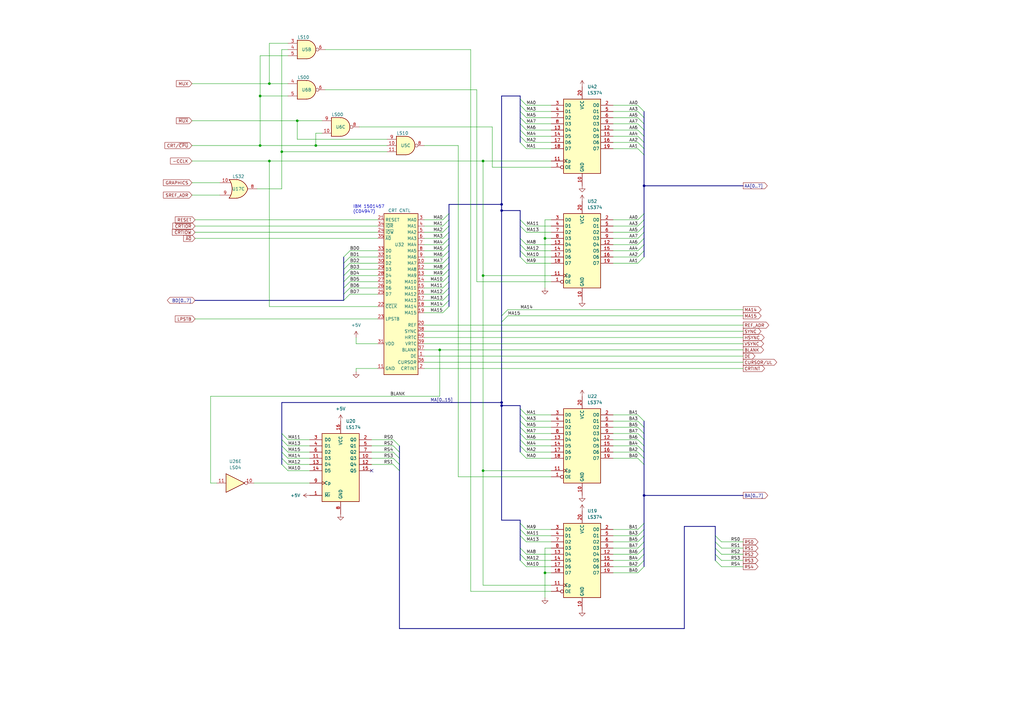
<source format=kicad_sch>
(kicad_sch (version 20230121) (generator eeschema)
  (paper "A3")
  (lib_symbols
    (symbol "74xx:74LS00" (pin_names (offset 1.016))
      (property "Reference" "U" (at 0 1.27 0))
      (property "Value" "74LS00" (at 0 -1.27 0))
      (symbol "74LS00_1_1"
        (pin input line (at -7.62 2.54 0) (length 3.81) (name "~") (number "1"))
        (pin input line (at -7.62 -2.54 0) (length 3.81) (name "~") (number "2"))
        (pin output inverted (at 7.62 0 180) (length 3.81) (name "~") (number "3"))
      )
      (symbol "74LS00_1_2"
        (pin input inverted (at -7.62 2.54 0) (length 4.318) (name "~") (number "1"))
        (pin input inverted (at -7.62 -2.54 0) (length 4.318) (name "~") (number "2"))
        (pin output line (at 7.62 0 180) (length 3.81) (name "~") (number "3"))
      )
      (symbol "74LS00_2_1"
        (pin input line (at -7.62 2.54 0) (length 3.81) (name "~") (number "4"))
        (pin input line (at -7.62 -2.54 0) (length 3.81) (name "~") (number "5"))
        (pin output inverted (at 7.62 0 180) (length 3.81) (name "~") (number "6"))
      )
      (symbol "74LS00_2_2"
        (pin input inverted (at -7.62 2.54 0) (length 4.318) (name "~") (number "4"))
        (pin input inverted (at -7.62 -2.54 0) (length 4.318) (name "~") (number "5"))
        (pin output line (at 7.62 0 180) (length 3.81) (name "~") (number "6"))
      )
      (symbol "74LS00_3_1"
        (pin input line (at -7.62 -2.54 0) (length 3.81) (name "~") (number "10"))
        (pin output inverted (at 7.62 0 180) (length 3.81) (name "~") (number "8"))
        (pin input line (at -7.62 2.54 0) (length 3.81) (name "~") (number "9"))
      )
      (symbol "74LS00_3_2"
        (pin input inverted (at -7.62 -2.54 0) (length 4.318) (name "~") (number "10"))
        (pin output line (at 7.62 0 180) (length 3.81) (name "~") (number "8"))
        (pin input inverted (at -7.62 2.54 0) (length 4.318) (name "~") (number "9"))
      )
      (symbol "74LS00_4_1"
        (pin output inverted (at 7.62 0 180) (length 3.81) (name "~") (number "11"))
        (pin input line (at -7.62 2.54 0) (length 3.81) (name "~") (number "12"))
        (pin input line (at -7.62 -2.54 0) (length 3.81) (name "~") (number "13"))
      )
      (symbol "74LS00_4_2"
        (pin output line (at 7.62 0 180) (length 3.81) (name "~") (number "11"))
        (pin input inverted (at -7.62 2.54 0) (length 4.318) (name "~") (number "12"))
        (pin input inverted (at -7.62 -2.54 0) (length 4.318) (name "~") (number "13"))
      )
      (symbol "74LS00_5_0"
        (pin power_in line (at 0 12.7 270) (length 5.08) (name "VCC") (number "14"))
        (pin power_in line (at 0 -12.7 90) (length 5.08) (name "GND") (number "7"))
      )
    )
    (symbol "74xx:74LS04"
      (property "Reference" "U" (at 0 1.27 0))
      (property "Value" "74LS04" (at 0 -1.27 0))
      (symbol "74LS04_1_0"
        (pin input line (at -7.62 0 0) (length 3.81) (name "~") (number "1"))
        (pin output inverted (at 7.62 0 180) (length 3.81) (name "~") (number "2"))
      )
      (symbol "74LS04_2_0"
        (pin input line (at -7.62 0 0) (length 3.81) (name "~") (number "3"))
        (pin output inverted (at 7.62 0 180) (length 3.81) (name "~") (number "4"))
      )
      (symbol "74LS04_3_0"
        (pin input line (at -7.62 0 0) (length 3.81) (name "~") (number "5"))
        (pin output inverted (at 7.62 0 180) (length 3.81) (name "~") (number "6"))
      )
      (symbol "74LS04_4_0"
        (pin output inverted (at 7.62 0 180) (length 3.81) (name "~") (number "8"))
        (pin input line (at -7.62 0 0) (length 3.81) (name "~") (number "9"))
      )
      (symbol "74LS04_5_0"
        (pin output inverted (at 7.62 0 180) (length 3.81) (name "~") (number "10"))
        (pin input line (at -7.62 0 0) (length 3.81) (name "~") (number "11"))
      )
      (symbol "74LS04_6_0"
        (pin output inverted (at 7.62 0 180) (length 3.81) (name "~") (number "12"))
        (pin input line (at -7.62 0 0) (length 3.81) (name "~") (number "13"))
      )
      (symbol "74LS04_7_0"
        (pin power_in line (at 0 12.7 270) (length 5.08) (name "VCC") (number "14"))
        (pin power_in line (at 0 -12.7 90) (length 5.08) (name "GND") (number "7"))
      )
    )
    (symbol "74xx:74LS10" (pin_names (offset 1.016))
      (property "Reference" "U" (at 0 1.27 0))
      (property "Value" "74LS10" (at 0 -1.27 0))
      (symbol "74LS10_1_1"
        (pin input line (at -7.62 2.54 0) (length 3.81) (name "~") (number "1"))
        (pin output inverted (at 7.62 0 180) (length 3.81) (name "~") (number "12"))
        (pin input line (at -7.62 -2.54 0) (length 3.81) (name "~") (number "13"))
        (pin input line (at -7.62 0 0) (length 3.81) (name "~") (number "2"))
      )
      (symbol "74LS10_1_2"
        (pin input inverted (at -7.62 2.54 0) (length 4.318) (name "~") (number "1"))
        (pin output line (at 7.62 0 180) (length 3.81) (name "~") (number "12"))
        (pin input inverted (at -7.62 -2.54 0) (length 4.318) (name "~") (number "13"))
        (pin input inverted (at -7.62 0 0) (length 4.953) (name "~") (number "2"))
      )
      (symbol "74LS10_2_1"
        (pin input line (at -7.62 2.54 0) (length 3.81) (name "~") (number "3"))
        (pin input line (at -7.62 0 0) (length 3.81) (name "~") (number "4"))
        (pin input line (at -7.62 -2.54 0) (length 3.81) (name "~") (number "5"))
        (pin output inverted (at 7.62 0 180) (length 3.81) (name "~") (number "6"))
      )
      (symbol "74LS10_2_2"
        (pin input inverted (at -7.62 2.54 0) (length 4.318) (name "~") (number "3"))
        (pin input inverted (at -7.62 0 0) (length 4.953) (name "~") (number "4"))
        (pin input inverted (at -7.62 -2.54 0) (length 4.318) (name "~") (number "5"))
        (pin output line (at 7.62 0 180) (length 3.81) (name "~") (number "6"))
      )
      (symbol "74LS10_3_1"
        (pin input line (at -7.62 0 0) (length 3.81) (name "~") (number "10"))
        (pin input line (at -7.62 -2.54 0) (length 3.81) (name "~") (number "11"))
        (pin output inverted (at 7.62 0 180) (length 3.81) (name "~") (number "8"))
        (pin input line (at -7.62 2.54 0) (length 3.81) (name "~") (number "9"))
      )
      (symbol "74LS10_3_2"
        (pin input inverted (at -7.62 0 0) (length 4.953) (name "~") (number "10"))
        (pin input inverted (at -7.62 -2.54 0) (length 4.318) (name "~") (number "11"))
        (pin output line (at 7.62 0 180) (length 3.81) (name "~") (number "8"))
        (pin input inverted (at -7.62 2.54 0) (length 4.318) (name "~") (number "9"))
      )
      (symbol "74LS10_4_0"
        (pin power_in line (at 0 12.7 270) (length 5.08) (name "VCC") (number "14"))
        (pin power_in line (at 0 -12.7 90) (length 5.08) (name "GND") (number "7"))
      )
    )
    (symbol "74xx:74LS174" (pin_names (offset 1.016))
      (property "Reference" "U" (at -7.62 13.97 0))
      (property "Value" "74LS174" (at -7.62 -16.51 0))
      (symbol "74LS174_1_0"
        (pin input line (at -12.7 -12.7 0) (length 5.08) (name "~{Mr}") (number "1"))
        (pin output line (at 12.7 2.54 180) (length 5.08) (name "Q3") (number "10"))
        (pin input line (at -12.7 2.54 0) (length 5.08) (name "D3") (number "11"))
        (pin output line (at 12.7 0 180) (length 5.08) (name "Q4") (number "12"))
        (pin input line (at -12.7 0 0) (length 5.08) (name "D4") (number "13"))
        (pin input line (at -12.7 -2.54 0) (length 5.08) (name "D5") (number "14"))
        (pin output line (at 12.7 -2.54 180) (length 5.08) (name "Q5") (number "15"))
        (pin power_in line (at 0 17.78 270) (length 5.08) (name "VCC") (number "16"))
        (pin output line (at 12.7 10.16 180) (length 5.08) (name "Q0") (number "2"))
        (pin input line (at -12.7 10.16 0) (length 5.08) (name "D0") (number "3"))
        (pin input line (at -12.7 7.62 0) (length 5.08) (name "D1") (number "4"))
        (pin output line (at 12.7 7.62 180) (length 5.08) (name "Q1") (number "5"))
        (pin input line (at -12.7 5.08 0) (length 5.08) (name "D2") (number "6"))
        (pin output line (at 12.7 5.08 180) (length 5.08) (name "Q2") (number "7"))
        (pin power_in line (at 0 -20.32 90) (length 5.08) (name "GND") (number "8"))
        (pin input clock (at -12.7 -7.62 0) (length 5.08) (name "Cp") (number "9"))
      )
    )
    (symbol "74xx:74LS32" (pin_names (offset 1.016))
      (property "Reference" "U" (at 0 1.27 0))
      (property "Value" "74LS32" (at 0 -1.27 0))
      (symbol "74LS32_1_1"
        (pin input line (at -7.62 2.54 0) (length 4.318) (name "~") (number "1"))
        (pin input line (at -7.62 -2.54 0) (length 4.318) (name "~") (number "2"))
        (pin output line (at 7.62 0 180) (length 3.81) (name "~") (number "3"))
      )
      (symbol "74LS32_1_2"
        (pin input inverted (at -7.62 2.54 0) (length 3.81) (name "~") (number "1"))
        (pin input inverted (at -7.62 -2.54 0) (length 3.81) (name "~") (number "2"))
        (pin output inverted (at 7.62 0 180) (length 3.81) (name "~") (number "3"))
      )
      (symbol "74LS32_2_1"
        (pin input line (at -7.62 2.54 0) (length 4.318) (name "~") (number "4"))
        (pin input line (at -7.62 -2.54 0) (length 4.318) (name "~") (number "5"))
        (pin output line (at 7.62 0 180) (length 3.81) (name "~") (number "6"))
      )
      (symbol "74LS32_2_2"
        (pin input inverted (at -7.62 2.54 0) (length 3.81) (name "~") (number "4"))
        (pin input inverted (at -7.62 -2.54 0) (length 3.81) (name "~") (number "5"))
        (pin output inverted (at 7.62 0 180) (length 3.81) (name "~") (number "6"))
      )
      (symbol "74LS32_3_1"
        (pin input line (at -7.62 -2.54 0) (length 4.318) (name "~") (number "10"))
        (pin output line (at 7.62 0 180) (length 3.81) (name "~") (number "8"))
        (pin input line (at -7.62 2.54 0) (length 4.318) (name "~") (number "9"))
      )
      (symbol "74LS32_3_2"
        (pin input inverted (at -7.62 -2.54 0) (length 3.81) (name "~") (number "10"))
        (pin output inverted (at 7.62 0 180) (length 3.81) (name "~") (number "8"))
        (pin input inverted (at -7.62 2.54 0) (length 3.81) (name "~") (number "9"))
      )
      (symbol "74LS32_4_1"
        (pin output line (at 7.62 0 180) (length 3.81) (name "~") (number "11"))
        (pin input line (at -7.62 2.54 0) (length 4.318) (name "~") (number "12"))
        (pin input line (at -7.62 -2.54 0) (length 4.318) (name "~") (number "13"))
      )
      (symbol "74LS32_4_2"
        (pin output inverted (at 7.62 0 180) (length 3.81) (name "~") (number "11"))
        (pin input inverted (at -7.62 2.54 0) (length 3.81) (name "~") (number "12"))
        (pin input inverted (at -7.62 -2.54 0) (length 3.81) (name "~") (number "13"))
      )
      (symbol "74LS32_5_0"
        (pin power_in line (at 0 12.7 270) (length 5.08) (name "VCC") (number "14"))
        (pin power_in line (at 0 -12.7 90) (length 5.08) (name "GND") (number "7"))
      )
    )
    (symbol "74xx:74LS374"
      (property "Reference" "U" (at -7.62 16.51 0))
      (property "Value" "74LS374" (at -7.62 -16.51 0))
      (symbol "74LS374_1_0"
        (pin input inverted (at -12.7 -12.7 0) (length 5.08) (name "OE") (number "1"))
        (pin power_in line (at 0 -20.32 90) (length 5.08) (name "GND") (number "10"))
        (pin input clock (at -12.7 -10.16 0) (length 5.08) (name "Cp") (number "11"))
        (pin tri_state line (at 12.7 2.54 180) (length 5.08) (name "O4") (number "12"))
        (pin input line (at -12.7 2.54 0) (length 5.08) (name "D4") (number "13"))
        (pin input line (at -12.7 0 0) (length 5.08) (name "D5") (number "14"))
        (pin tri_state line (at 12.7 0 180) (length 5.08) (name "O5") (number "15"))
        (pin tri_state line (at 12.7 -2.54 180) (length 5.08) (name "O6") (number "16"))
        (pin input line (at -12.7 -2.54 0) (length 5.08) (name "D6") (number "17"))
        (pin input line (at -12.7 -5.08 0) (length 5.08) (name "D7") (number "18"))
        (pin tri_state line (at 12.7 -5.08 180) (length 5.08) (name "O7") (number "19"))
        (pin tri_state line (at 12.7 12.7 180) (length 5.08) (name "O0") (number "2"))
        (pin power_in line (at 0 20.32 270) (length 5.08) (name "VCC") (number "20"))
        (pin input line (at -12.7 12.7 0) (length 5.08) (name "D0") (number "3"))
        (pin input line (at -12.7 10.16 0) (length 5.08) (name "D1") (number "4"))
        (pin tri_state line (at 12.7 10.16 180) (length 5.08) (name "O1") (number "5"))
        (pin tri_state line (at 12.7 7.62 180) (length 5.08) (name "O2") (number "6"))
        (pin input line (at -12.7 7.62 0) (length 5.08) (name "D2") (number "7"))
        (pin input line (at -12.7 5.08 0) (length 5.08) (name "D3") (number "8"))
        (pin tri_state line (at 12.7 5.08 180) (length 5.08) (name "O3") (number "9"))
      )
    )
    (symbol "EGACard:CRT_CNTL_LSI"
      (property "Reference" "U" (at 0 2.54 0))
      (symbol "CRT_CNTL_LSI_1_1"
        (pin output line (at 16.51 -58.42 180) (length 2.54) (name "DE") (number "1"))
        (pin output line (at 16.51 -20.32 180) (length 2.54) (name "MA7") (number "10"))
        (pin power_in line (at -2.54 -63.5 0) (length 2.54) (name "GND") (number "11"))
        (pin output line (at 16.51 -22.86 180) (length 2.54) (name "MA8") (number "12"))
        (pin output line (at 16.51 -25.4 180) (length 2.54) (name "MA9") (number "13"))
        (pin output line (at 16.51 -27.94 180) (length 2.54) (name "MA10") (number "14"))
        (pin output line (at 16.51 -30.48 180) (length 2.54) (name "MA11") (number "15"))
        (pin output line (at 16.51 -33.02 180) (length 2.54) (name "MA12") (number "16"))
        (pin output line (at 16.51 -35.56 180) (length 2.54) (name "MA13") (number "17"))
        (pin output line (at 16.51 -38.1 180) (length 2.54) (name "MA14") (number "18"))
        (pin output line (at 16.51 -40.64 180) (length 2.54) (name "MA15") (number "19"))
        (pin output line (at 16.51 -63.5 180) (length 2.54) (name "CRTINT") (number "2"))
        (pin output line (at 16.51 -45.72 180) (length 2.54) (name "REF") (number "20"))
        (pin input line (at -2.54 -2.54 0) (length 2.54) (name "RESET") (number "21"))
        (pin input line (at -2.54 -38.1 0) (length 2.54) (name "~{CCLK}") (number "22"))
        (pin input line (at -2.54 -43.18 0) (length 2.54) (name "LPSTB") (number "23"))
        (pin input line (at -2.54 -7.62 0) (length 2.54) (name "~{IOW}") (number "24"))
        (pin bidirectional line (at -2.54 -33.02 0) (length 2.54) (name "D7") (number "25"))
        (pin bidirectional line (at -2.54 -30.48 0) (length 2.54) (name "D6") (number "26"))
        (pin bidirectional line (at -2.54 -27.94 0) (length 2.54) (name "D5") (number "27"))
        (pin bidirectional line (at -2.54 -25.4 0) (length 2.54) (name "D4") (number "28"))
        (pin bidirectional line (at -2.54 -22.86 0) (length 2.54) (name "D3") (number "29"))
        (pin output line (at 16.51 -2.54 180) (length 2.54) (name "MA0") (number "3"))
        (pin bidirectional line (at -2.54 -20.32 0) (length 2.54) (name "D2") (number "30"))
        (pin power_in line (at -2.54 -53.34 0) (length 2.54) (name "VDD") (number "31"))
        (pin bidirectional line (at -2.54 -17.78 0) (length 2.54) (name "D1") (number "32"))
        (pin bidirectional line (at -2.54 -15.24 0) (length 2.54) (name "D0") (number "33"))
        (pin input line (at -2.54 -5.08 0) (length 2.54) (name "~{IOR}") (number "34"))
        (pin input line (at -2.54 -10.16 0) (length 2.54) (name "~{A0}") (number "35"))
        (pin output line (at 16.51 -60.96 180) (length 2.54) (name "CURSOR") (number "36"))
        (pin output line (at 16.51 -55.88 180) (length 2.54) (name "BLANK") (number "37"))
        (pin output line (at 16.51 -48.26 180) (length 2.54) (name "SYNC") (number "38"))
        (pin output line (at 16.51 -53.34 180) (length 2.54) (name "VRTC") (number "39"))
        (pin output line (at 16.51 -5.08 180) (length 2.54) (name "MA1") (number "4"))
        (pin output line (at 16.51 -50.8 180) (length 2.54) (name "HRTC") (number "40"))
        (pin output line (at 16.51 -7.62 180) (length 2.54) (name "MA2") (number "5"))
        (pin output line (at 16.51 -10.16 180) (length 2.54) (name "MA3") (number "6"))
        (pin output line (at 16.51 -12.7 180) (length 2.54) (name "MA4") (number "7"))
        (pin output line (at 16.51 -15.24 180) (length 2.54) (name "MA5") (number "8"))
        (pin output line (at 16.51 -17.78 180) (length 2.54) (name "MA6") (number "9"))
      )
    )
    (symbol "power:+5V" (power) (pin_names (offset 0))
      (property "Value" "+5V" (at 0 3.556 0))
      (symbol "+5V_1_1"
        (pin power_in line (at 0 0 90) (length 0) hide (name "+5V") (number "1"))
      )
    )
    (symbol "power:GND" (power) (pin_names (offset 0))
      (property "Value" "GND" (at 0 -3.81 0))
      (symbol "GND_1_1"
        (pin power_in line (at 0 0 270) (length 0) hide (name "GND") (number "1"))
      )
    )
  )
  (junction (at 223.52 234.95))
  (junction (at 264.16 76.2))
  (junction (at 205.74 166.37))
  (junction (at 106.68 39.37))
  (junction (at 106.68 59.69))
  (junction (at 110.49 66.04))
  (junction (at 205.74 83.82))
  (junction (at 205.74 165.1))
  (junction (at 121.92 49.53))
  (junction (at 198.12 66.04))
  (junction (at 110.49 34.29))
  (junction (at 180.34 143.51))
  (junction (at 129.54 59.69))
  (junction (at 205.74 86.36))
  (junction (at 198.12 113.03))
  (junction (at 264.16 203.2))
  (junction (at 223.52 97.79))
  (junction (at 198.12 193.04))
  (junction (at 115.57 62.23))
  (no_connect (at 152.4 193.04))
  (bus_entry (at 261.62 55.88) (size 2.54 2.54))
  (bus_entry (at 261.62 58.42) (size 2.54 2.54))
  (bus_entry (at 293.37 229.87) (size 2.54 2.54))
  (bus_entry (at 215.9 53.34) (size -2.54 -2.54))
  (bus_entry (at 261.62 53.34) (size 2.54 2.54))
  (bus_entry (at 261.62 48.26) (size 2.54 2.54))
  (bus_entry (at 161.29 180.34) (size 2.54 2.54))
  (bus_entry (at 215.9 170.18) (size -2.54 -2.54))
  (bus_entry (at 140.97 110.49) (size 2.54 -2.54))
  (bus_entry (at 181.61 95.25) (size 2.54 -2.54))
  (bus_entry (at 261.62 43.18) (size 2.54 2.54))
  (bus_entry (at 215.9 217.17) (size -2.54 -2.54))
  (bus_entry (at 140.97 107.95) (size 2.54 -2.54))
  (bus_entry (at 215.9 187.96) (size -2.54 -2.54))
  (bus_entry (at 140.97 123.19) (size 2.54 -2.54))
  (bus_entry (at 115.57 180.34) (size 2.54 2.54))
  (bus_entry (at 261.62 217.17) (size 2.54 -2.54))
  (bus_entry (at 161.29 185.42) (size 2.54 2.54))
  (bus_entry (at 115.57 185.42) (size 2.54 2.54))
  (bus_entry (at 215.9 219.71) (size -2.54 -2.54))
  (bus_entry (at 215.9 92.71) (size -2.54 -2.54))
  (bus_entry (at 181.61 105.41) (size 2.54 -2.54))
  (bus_entry (at 261.62 107.95) (size 2.54 -2.54))
  (bus_entry (at 261.62 180.34) (size 2.54 2.54))
  (bus_entry (at 140.97 115.57) (size 2.54 -2.54))
  (bus_entry (at 293.37 227.33) (size 2.54 2.54))
  (bus_entry (at 261.62 177.8) (size 2.54 2.54))
  (bus_entry (at 261.62 97.79) (size 2.54 -2.54))
  (bus_entry (at 215.9 100.33) (size -2.54 -2.54))
  (bus_entry (at 261.62 229.87) (size 2.54 -2.54))
  (bus_entry (at 261.62 172.72) (size 2.54 2.54))
  (bus_entry (at 215.9 58.42) (size -2.54 -2.54))
  (bus_entry (at 161.29 187.96) (size 2.54 2.54))
  (bus_entry (at 115.57 182.88) (size 2.54 2.54))
  (bus_entry (at 215.9 45.72) (size -2.54 -2.54))
  (bus_entry (at 115.57 190.5) (size 2.54 2.54))
  (bus_entry (at 215.9 48.26) (size -2.54 -2.54))
  (bus_entry (at 293.37 224.79) (size 2.54 2.54))
  (bus_entry (at 215.9 177.8) (size -2.54 -2.54))
  (bus_entry (at 215.9 172.72) (size -2.54 -2.54))
  (bus_entry (at 261.62 102.87) (size 2.54 -2.54))
  (bus_entry (at 161.29 182.88) (size 2.54 2.54))
  (bus_entry (at 261.62 187.96) (size 2.54 2.54))
  (bus_entry (at 261.62 182.88) (size 2.54 2.54))
  (bus_entry (at 261.62 170.18) (size 2.54 2.54))
  (bus_entry (at 261.62 100.33) (size 2.54 -2.54))
  (bus_entry (at 181.61 118.11) (size 2.54 -2.54))
  (bus_entry (at 181.61 128.27) (size 2.54 -2.54))
  (bus_entry (at 215.9 105.41) (size -2.54 -2.54))
  (bus_entry (at 181.61 90.17) (size 2.54 -2.54))
  (bus_entry (at 115.57 187.96) (size 2.54 2.54))
  (bus_entry (at 215.9 60.96) (size -2.54 -2.54))
  (bus_entry (at 215.9 229.87) (size -2.54 -2.54))
  (bus_entry (at 261.62 95.25) (size 2.54 -2.54))
  (bus_entry (at 261.62 234.95) (size 2.54 -2.54))
  (bus_entry (at 215.9 43.18) (size -2.54 -2.54))
  (bus_entry (at 181.61 120.65) (size 2.54 -2.54))
  (bus_entry (at 215.9 102.87) (size -2.54 -2.54))
  (bus_entry (at 215.9 185.42) (size -2.54 -2.54))
  (bus_entry (at 261.62 90.17) (size 2.54 -2.54))
  (bus_entry (at 261.62 219.71) (size 2.54 -2.54))
  (bus_entry (at 261.62 45.72) (size 2.54 2.54))
  (bus_entry (at 261.62 222.25) (size 2.54 -2.54))
  (bus_entry (at 140.97 120.65) (size 2.54 -2.54))
  (bus_entry (at 215.9 227.33) (size -2.54 -2.54))
  (bus_entry (at 261.62 92.71) (size 2.54 -2.54))
  (bus_entry (at 215.9 50.8) (size -2.54 -2.54))
  (bus_entry (at 181.61 113.03) (size 2.54 -2.54))
  (bus_entry (at 181.61 100.33) (size 2.54 -2.54))
  (bus_entry (at 181.61 125.73) (size 2.54 -2.54))
  (bus_entry (at 140.97 113.03) (size 2.54 -2.54))
  (bus_entry (at 215.9 222.25) (size -2.54 -2.54))
  (bus_entry (at 140.97 118.11) (size 2.54 -2.54))
  (bus_entry (at 205.74 132.08) (size 2.54 -2.54))
  (bus_entry (at 181.61 123.19) (size 2.54 -2.54))
  (bus_entry (at 215.9 232.41) (size -2.54 -2.54))
  (bus_entry (at 215.9 180.34) (size -2.54 -2.54))
  (bus_entry (at 261.62 60.96) (size 2.54 2.54))
  (bus_entry (at 261.62 175.26) (size 2.54 2.54))
  (bus_entry (at 261.62 50.8) (size 2.54 2.54))
  (bus_entry (at 215.9 182.88) (size -2.54 -2.54))
  (bus_entry (at 261.62 227.33) (size 2.54 -2.54))
  (bus_entry (at 161.29 190.5) (size 2.54 2.54))
  (bus_entry (at 293.37 219.71) (size 2.54 2.54))
  (bus_entry (at 181.61 115.57) (size 2.54 -2.54))
  (bus_entry (at 181.61 107.95) (size 2.54 -2.54))
  (bus_entry (at 181.61 102.87) (size 2.54 -2.54))
  (bus_entry (at 215.9 95.25) (size -2.54 -2.54))
  (bus_entry (at 181.61 92.71) (size 2.54 -2.54))
  (bus_entry (at 140.97 105.41) (size 2.54 -2.54))
  (bus_entry (at 261.62 224.79) (size 2.54 -2.54))
  (bus_entry (at 115.57 177.8) (size 2.54 2.54))
  (bus_entry (at 215.9 175.26) (size -2.54 -2.54))
  (bus_entry (at 293.37 222.25) (size 2.54 2.54))
  (bus_entry (at 181.61 110.49) (size 2.54 -2.54))
  (bus_entry (at 261.62 232.41) (size 2.54 -2.54))
  (bus_entry (at 215.9 107.95) (size -2.54 -2.54))
  (bus_entry (at 261.62 185.42) (size 2.54 2.54))
  (bus_entry (at 181.61 97.79) (size 2.54 -2.54))
  (bus_entry (at 261.62 105.41) (size 2.54 -2.54))
  (bus_entry (at 215.9 55.88) (size -2.54 -2.54))
  (bus_entry (at 205.74 129.54) (size 2.54 -2.54))
  (bus (pts (xy 213.36 40.64) (xy 213.36 39.37)))
  (wire (pts (xy 106.68 59.69) (xy 106.68 39.37)))
  (wire (pts (xy 215.9 180.34) (xy 226.06 180.34)))
  (wire (pts (xy 143.51 120.65) (xy 154.94 120.65)))
  (wire (pts (xy 215.9 53.34) (xy 226.06 53.34)))
  (wire (pts (xy 208.28 127) (xy 304.8 127)))
  (bus (pts (xy 184.15 118.11) (xy 184.15 115.57)))
  (wire (pts (xy 223.52 90.17) (xy 223.52 97.79)))
  (bus (pts (xy 205.74 86.36) (xy 205.74 129.54)))
  (wire (pts (xy 173.99 120.65) (xy 181.61 120.65)))
  (bus (pts (xy 205.74 165.1) (xy 205.74 166.37)))
  (bus (pts (xy 264.16 219.71) (xy 264.16 222.25)))
  (wire (pts (xy 198.12 113.03) (xy 226.06 113.03)))
  (wire (pts (xy 251.46 107.95) (xy 261.62 107.95)))
  (bus (pts (xy 184.15 97.79) (xy 184.15 95.25)))
  (wire (pts (xy 173.99 102.87) (xy 181.61 102.87)))
  (wire (pts (xy 80.01 130.81) (xy 154.94 130.81)))
  (wire (pts (xy 251.46 175.26) (xy 261.62 175.26)))
  (wire (pts (xy 173.99 123.19) (xy 181.61 123.19)))
  (wire (pts (xy 152.4 190.5) (xy 161.29 190.5)))
  (bus (pts (xy 205.74 39.37) (xy 205.74 83.82)))
  (wire (pts (xy 173.99 146.05) (xy 304.8 146.05)))
  (wire (pts (xy 133.35 36.83) (xy 195.58 36.83)))
  (wire (pts (xy 173.99 115.57) (xy 181.61 115.57)))
  (bus (pts (xy 205.74 166.37) (xy 205.74 213.36)))
  (bus (pts (xy 213.36 86.36) (xy 213.36 90.17)))
  (wire (pts (xy 115.57 20.32) (xy 115.57 62.23)))
  (wire (pts (xy 215.9 95.25) (xy 226.06 95.25)))
  (wire (pts (xy 251.46 182.88) (xy 261.62 182.88)))
  (wire (pts (xy 251.46 92.71) (xy 261.62 92.71)))
  (wire (pts (xy 78.74 66.04) (xy 110.49 66.04)))
  (bus (pts (xy 140.97 118.11) (xy 140.97 115.57)))
  (bus (pts (xy 264.16 172.72) (xy 264.16 175.26)))
  (wire (pts (xy 110.49 17.78) (xy 110.49 34.29)))
  (bus (pts (xy 213.36 185.42) (xy 213.36 182.88)))
  (wire (pts (xy 146.05 138.43) (xy 146.05 140.97)))
  (wire (pts (xy 295.91 227.33) (xy 304.8 227.33)))
  (bus (pts (xy 163.83 257.81) (xy 280.67 257.81)))
  (wire (pts (xy 173.99 97.79) (xy 181.61 97.79)))
  (wire (pts (xy 173.99 138.43) (xy 304.8 138.43)))
  (wire (pts (xy 215.9 229.87) (xy 226.06 229.87)))
  (bus (pts (xy 264.16 222.25) (xy 264.16 224.79)))
  (wire (pts (xy 251.46 170.18) (xy 261.62 170.18)))
  (bus (pts (xy 213.36 172.72) (xy 213.36 170.18)))
  (bus (pts (xy 184.15 123.19) (xy 184.15 120.65)))
  (wire (pts (xy 215.9 219.71) (xy 226.06 219.71)))
  (bus (pts (xy 213.36 55.88) (xy 213.36 53.34)))
  (bus (pts (xy 205.74 39.37) (xy 213.36 39.37)))
  (wire (pts (xy 251.46 58.42) (xy 261.62 58.42)))
  (wire (pts (xy 215.9 55.88) (xy 226.06 55.88)))
  (wire (pts (xy 295.91 222.25) (xy 304.8 222.25)))
  (wire (pts (xy 143.51 115.57) (xy 154.94 115.57)))
  (wire (pts (xy 215.9 92.71) (xy 226.06 92.71)))
  (bus (pts (xy 264.16 203.2) (xy 304.8 203.2)))
  (wire (pts (xy 223.52 97.79) (xy 223.52 118.11)))
  (wire (pts (xy 173.99 133.35) (xy 304.8 133.35)))
  (bus (pts (xy 280.67 215.9) (xy 293.37 215.9)))
  (wire (pts (xy 251.46 90.17) (xy 261.62 90.17)))
  (wire (pts (xy 193.04 242.57) (xy 226.06 242.57)))
  (wire (pts (xy 215.9 232.41) (xy 226.06 232.41)))
  (wire (pts (xy 251.46 50.8) (xy 261.62 50.8)))
  (bus (pts (xy 163.83 182.88) (xy 163.83 185.42)))
  (bus (pts (xy 115.57 165.1) (xy 205.74 165.1)))
  (wire (pts (xy 215.9 187.96) (xy 226.06 187.96)))
  (bus (pts (xy 184.15 83.82) (xy 205.74 83.82)))
  (wire (pts (xy 215.9 222.25) (xy 226.06 222.25)))
  (wire (pts (xy 215.9 102.87) (xy 226.06 102.87)))
  (bus (pts (xy 213.36 177.8) (xy 213.36 175.26)))
  (bus (pts (xy 264.16 48.26) (xy 264.16 50.8)))
  (wire (pts (xy 223.52 234.95) (xy 226.06 234.95)))
  (wire (pts (xy 180.34 162.56) (xy 180.34 143.51)))
  (wire (pts (xy 215.9 177.8) (xy 226.06 177.8)))
  (wire (pts (xy 215.9 217.17) (xy 226.06 217.17)))
  (wire (pts (xy 154.94 140.97) (xy 146.05 140.97)))
  (bus (pts (xy 213.36 219.71) (xy 213.36 217.17)))
  (wire (pts (xy 215.9 100.33) (xy 226.06 100.33)))
  (wire (pts (xy 173.99 128.27) (xy 181.61 128.27)))
  (bus (pts (xy 264.16 229.87) (xy 264.16 232.41)))
  (wire (pts (xy 173.99 148.59) (xy 304.8 148.59)))
  (bus (pts (xy 115.57 182.88) (xy 115.57 180.34)))
  (bus (pts (xy 163.83 185.42) (xy 163.83 187.96)))
  (wire (pts (xy 251.46 97.79) (xy 261.62 97.79)))
  (bus (pts (xy 213.36 58.42) (xy 213.36 55.88)))
  (bus (pts (xy 264.16 100.33) (xy 264.16 102.87)))
  (bus (pts (xy 213.36 45.72) (xy 213.36 43.18)))
  (bus (pts (xy 213.36 213.36) (xy 213.36 214.63)))
  (wire (pts (xy 173.99 118.11) (xy 181.61 118.11)))
  (wire (pts (xy 105.41 77.47) (xy 115.57 77.47)))
  (wire (pts (xy 104.14 198.12) (xy 127 198.12)))
  (bus (pts (xy 264.16 76.2) (xy 304.8 76.2)))
  (bus (pts (xy 264.16 217.17) (xy 264.16 219.71)))
  (wire (pts (xy 129.54 59.69) (xy 158.75 59.69)))
  (wire (pts (xy 173.99 100.33) (xy 181.61 100.33)))
  (wire (pts (xy 215.9 50.8) (xy 226.06 50.8)))
  (wire (pts (xy 86.36 198.12) (xy 86.36 162.56)))
  (bus (pts (xy 213.36 170.18) (xy 213.36 167.64)))
  (bus (pts (xy 264.16 92.71) (xy 264.16 95.25)))
  (wire (pts (xy 215.9 185.42) (xy 226.06 185.42)))
  (bus (pts (xy 264.16 185.42) (xy 264.16 187.96)))
  (bus (pts (xy 213.36 102.87) (xy 213.36 100.33)))
  (bus (pts (xy 205.74 166.37) (xy 213.36 166.37)))
  (bus (pts (xy 184.15 115.57) (xy 184.15 113.03)))
  (bus (pts (xy 140.97 110.49) (xy 140.97 107.95)))
  (bus (pts (xy 264.16 87.63) (xy 264.16 90.17)))
  (wire (pts (xy 198.12 240.03) (xy 226.06 240.03)))
  (bus (pts (xy 264.16 63.5) (xy 264.16 76.2)))
  (wire (pts (xy 78.74 34.29) (xy 110.49 34.29)))
  (wire (pts (xy 198.12 66.04) (xy 226.06 66.04)))
  (bus (pts (xy 184.15 92.71) (xy 184.15 90.17)))
  (wire (pts (xy 121.92 57.15) (xy 121.92 49.53)))
  (bus (pts (xy 264.16 58.42) (xy 264.16 60.96)))
  (wire (pts (xy 152.4 182.88) (xy 161.29 182.88)))
  (bus (pts (xy 280.67 257.81) (xy 280.67 215.9)))
  (wire (pts (xy 80.01 92.71) (xy 154.94 92.71)))
  (bus (pts (xy 213.36 180.34) (xy 213.36 177.8)))
  (bus (pts (xy 264.16 53.34) (xy 264.16 55.88)))
  (wire (pts (xy 173.99 105.41) (xy 181.61 105.41)))
  (bus (pts (xy 163.83 187.96) (xy 163.83 190.5)))
  (wire (pts (xy 215.9 43.18) (xy 226.06 43.18)))
  (wire (pts (xy 110.49 66.04) (xy 110.49 125.73)))
  (wire (pts (xy 158.75 57.15) (xy 121.92 57.15)))
  (bus (pts (xy 80.01 123.19) (xy 140.97 123.19)))
  (wire (pts (xy 80.01 90.17) (xy 154.94 90.17)))
  (bus (pts (xy 115.57 190.5) (xy 115.57 187.96)))
  (bus (pts (xy 184.15 105.41) (xy 184.15 102.87)))
  (bus (pts (xy 184.15 107.95) (xy 184.15 105.41)))
  (wire (pts (xy 118.11 193.04) (xy 127 193.04)))
  (bus (pts (xy 184.15 110.49) (xy 184.15 107.95)))
  (bus (pts (xy 213.36 48.26) (xy 213.36 45.72)))
  (bus (pts (xy 163.83 190.5) (xy 163.83 193.04)))
  (bus (pts (xy 115.57 187.96) (xy 115.57 185.42)))
  (wire (pts (xy 118.11 185.42) (xy 127 185.42)))
  (wire (pts (xy 110.49 66.04) (xy 198.12 66.04)))
  (bus (pts (xy 264.16 203.2) (xy 264.16 214.63)))
  (bus (pts (xy 264.16 187.96) (xy 264.16 190.5)))
  (bus (pts (xy 213.36 167.64) (xy 213.36 166.37)))
  (wire (pts (xy 251.46 102.87) (xy 261.62 102.87)))
  (wire (pts (xy 110.49 125.73) (xy 154.94 125.73)))
  (wire (pts (xy 251.46 234.95) (xy 261.62 234.95)))
  (bus (pts (xy 264.16 180.34) (xy 264.16 182.88)))
  (wire (pts (xy 198.12 193.04) (xy 198.12 240.03)))
  (wire (pts (xy 173.99 107.95) (xy 181.61 107.95)))
  (wire (pts (xy 143.51 118.11) (xy 154.94 118.11)))
  (bus (pts (xy 184.15 120.65) (xy 184.15 118.11)))
  (wire (pts (xy 223.52 234.95) (xy 223.52 245.11)))
  (wire (pts (xy 143.51 105.41) (xy 154.94 105.41)))
  (wire (pts (xy 251.46 55.88) (xy 261.62 55.88)))
  (wire (pts (xy 173.99 92.71) (xy 181.61 92.71)))
  (wire (pts (xy 251.46 222.25) (xy 261.62 222.25)))
  (wire (pts (xy 173.99 113.03) (xy 181.61 113.03)))
  (bus (pts (xy 293.37 224.79) (xy 293.37 227.33)))
  (wire (pts (xy 251.46 48.26) (xy 261.62 48.26)))
  (wire (pts (xy 143.51 113.03) (xy 154.94 113.03)))
  (bus (pts (xy 205.74 129.54) (xy 205.74 132.08)))
  (wire (pts (xy 143.51 110.49) (xy 154.94 110.49)))
  (bus (pts (xy 140.97 123.19) (xy 140.97 120.65)))
  (bus (pts (xy 264.16 50.8) (xy 264.16 53.34)))
  (wire (pts (xy 295.91 224.79) (xy 304.8 224.79)))
  (wire (pts (xy 173.99 90.17) (xy 181.61 90.17)))
  (bus (pts (xy 184.15 95.25) (xy 184.15 92.71)))
  (wire (pts (xy 78.74 59.69) (xy 106.68 59.69)))
  (bus (pts (xy 184.15 113.03) (xy 184.15 110.49)))
  (wire (pts (xy 223.52 97.79) (xy 226.06 97.79)))
  (bus (pts (xy 264.16 90.17) (xy 264.16 92.71)))
  (bus (pts (xy 213.36 92.71) (xy 213.36 90.17)))
  (bus (pts (xy 213.36 219.71) (xy 213.36 224.79)))
  (wire (pts (xy 198.12 113.03) (xy 198.12 193.04)))
  (wire (pts (xy 251.46 43.18) (xy 261.62 43.18)))
  (bus (pts (xy 184.15 125.73) (xy 184.15 123.19)))
  (wire (pts (xy 180.34 143.51) (xy 304.8 143.51)))
  (wire (pts (xy 187.96 195.58) (xy 226.06 195.58)))
  (bus (pts (xy 205.74 86.36) (xy 213.36 86.36)))
  (bus (pts (xy 264.16 76.2) (xy 264.16 87.63)))
  (wire (pts (xy 143.51 107.95) (xy 154.94 107.95)))
  (wire (pts (xy 118.11 182.88) (xy 127 182.88)))
  (bus (pts (xy 213.36 175.26) (xy 213.36 172.72)))
  (wire (pts (xy 251.46 172.72) (xy 261.62 172.72)))
  (wire (pts (xy 173.99 125.73) (xy 181.61 125.73)))
  (bus (pts (xy 213.36 100.33) (xy 213.36 97.79)))
  (wire (pts (xy 215.9 107.95) (xy 226.06 107.95)))
  (bus (pts (xy 115.57 185.42) (xy 115.57 182.88)))
  (wire (pts (xy 88.9 198.12) (xy 86.36 198.12)))
  (wire (pts (xy 198.12 193.04) (xy 226.06 193.04)))
  (wire (pts (xy 215.9 58.42) (xy 226.06 58.42)))
  (wire (pts (xy 251.46 180.34) (xy 261.62 180.34)))
  (wire (pts (xy 86.36 162.56) (xy 180.34 162.56)))
  (bus (pts (xy 205.74 83.82) (xy 205.74 86.36)))
  (wire (pts (xy 152.4 180.34) (xy 161.29 180.34)))
  (wire (pts (xy 118.11 180.34) (xy 127 180.34)))
  (wire (pts (xy 251.46 53.34) (xy 261.62 53.34)))
  (wire (pts (xy 173.99 59.69) (xy 187.96 59.69)))
  (wire (pts (xy 133.35 20.32) (xy 193.04 20.32)))
  (bus (pts (xy 140.97 107.95) (xy 140.97 105.41)))
  (bus (pts (xy 140.97 120.65) (xy 140.97 118.11)))
  (bus (pts (xy 140.97 113.03) (xy 140.97 110.49)))
  (wire (pts (xy 152.4 185.42) (xy 161.29 185.42)))
  (wire (pts (xy 215.9 182.88) (xy 226.06 182.88)))
  (bus (pts (xy 115.57 177.8) (xy 115.57 165.1)))
  (bus (pts (xy 293.37 219.71) (xy 293.37 222.25)))
  (wire (pts (xy 251.46 232.41) (xy 261.62 232.41)))
  (bus (pts (xy 264.16 102.87) (xy 264.16 105.41)))
  (bus (pts (xy 293.37 227.33) (xy 293.37 229.87)))
  (wire (pts (xy 154.94 151.13) (xy 146.05 151.13)))
  (bus (pts (xy 264.16 227.33) (xy 264.16 229.87)))
  (wire (pts (xy 251.46 224.79) (xy 261.62 224.79)))
  (wire (pts (xy 132.08 54.61) (xy 129.54 54.61)))
  (bus (pts (xy 205.74 132.08) (xy 205.74 165.1)))
  (bus (pts (xy 213.36 92.71) (xy 213.36 97.79)))
  (wire (pts (xy 215.9 105.41) (xy 226.06 105.41)))
  (wire (pts (xy 118.11 190.5) (xy 127 190.5)))
  (wire (pts (xy 173.99 95.25) (xy 181.61 95.25)))
  (bus (pts (xy 163.83 193.04) (xy 163.83 257.81)))
  (wire (pts (xy 215.9 48.26) (xy 226.06 48.26)))
  (bus (pts (xy 264.16 224.79) (xy 264.16 227.33)))
  (wire (pts (xy 195.58 115.57) (xy 226.06 115.57)))
  (bus (pts (xy 213.36 229.87) (xy 213.36 227.33)))
  (wire (pts (xy 106.68 22.86) (xy 118.11 22.86)))
  (wire (pts (xy 215.9 45.72) (xy 226.06 45.72)))
  (wire (pts (xy 173.99 140.97) (xy 304.8 140.97)))
  (bus (pts (xy 264.16 177.8) (xy 264.16 180.34)))
  (wire (pts (xy 78.74 80.01) (xy 90.17 80.01)))
  (bus (pts (xy 264.16 95.25) (xy 264.16 97.79)))
  (wire (pts (xy 251.46 185.42) (xy 261.62 185.42)))
  (bus (pts (xy 264.16 60.96) (xy 264.16 63.5)))
  (bus (pts (xy 184.15 90.17) (xy 184.15 87.63)))
  (wire (pts (xy 223.52 224.79) (xy 226.06 224.79)))
  (bus (pts (xy 293.37 222.25) (xy 293.37 224.79)))
  (wire (pts (xy 80.01 95.25) (xy 154.94 95.25)))
  (bus (pts (xy 184.15 87.63) (xy 184.15 83.82)))
  (wire (pts (xy 251.46 229.87) (xy 261.62 229.87)))
  (wire (pts (xy 251.46 227.33) (xy 261.62 227.33)))
  (bus (pts (xy 115.57 180.34) (xy 115.57 177.8)))
  (bus (pts (xy 264.16 97.79) (xy 264.16 100.33)))
  (wire (pts (xy 173.99 135.89) (xy 304.8 135.89)))
  (wire (pts (xy 251.46 187.96) (xy 261.62 187.96)))
  (wire (pts (xy 251.46 95.25) (xy 261.62 95.25)))
  (wire (pts (xy 215.9 170.18) (xy 226.06 170.18)))
  (wire (pts (xy 193.04 20.32) (xy 193.04 242.57)))
  (wire (pts (xy 90.17 74.93) (xy 78.74 74.93)))
  (wire (pts (xy 295.91 232.41) (xy 304.8 232.41)))
  (wire (pts (xy 80.01 97.79) (xy 154.94 97.79)))
  (bus (pts (xy 264.16 175.26) (xy 264.16 177.8)))
  (wire (pts (xy 251.46 105.41) (xy 261.62 105.41)))
  (bus (pts (xy 213.36 214.63) (xy 213.36 217.17)))
  (bus (pts (xy 293.37 215.9) (xy 293.37 219.71)))
  (bus (pts (xy 264.16 45.72) (xy 264.16 48.26)))
  (bus (pts (xy 213.36 50.8) (xy 213.36 48.26)))
  (wire (pts (xy 173.99 151.13) (xy 304.8 151.13)))
  (wire (pts (xy 106.68 59.69) (xy 129.54 59.69)))
  (bus (pts (xy 213.36 53.34) (xy 213.36 50.8)))
  (bus (pts (xy 205.74 213.36) (xy 213.36 213.36)))
  (bus (pts (xy 264.16 55.88) (xy 264.16 58.42)))
  (wire (pts (xy 115.57 62.23) (xy 158.75 62.23)))
  (bus (pts (xy 213.36 43.18) (xy 213.36 40.64)))
  (wire (pts (xy 251.46 177.8) (xy 261.62 177.8)))
  (wire (pts (xy 146.05 151.13) (xy 146.05 152.4)))
  (wire (pts (xy 147.32 52.07) (xy 201.93 52.07)))
  (bus (pts (xy 213.36 227.33) (xy 213.36 224.79)))
  (wire (pts (xy 115.57 77.47) (xy 115.57 62.23)))
  (wire (pts (xy 215.9 175.26) (xy 226.06 175.26)))
  (wire (pts (xy 223.52 224.79) (xy 223.52 234.95)))
  (wire (pts (xy 106.68 39.37) (xy 118.11 39.37)))
  (bus (pts (xy 140.97 115.57) (xy 140.97 113.03)))
  (wire (pts (xy 251.46 60.96) (xy 261.62 60.96)))
  (wire (pts (xy 78.74 49.53) (xy 121.92 49.53)))
  (wire (pts (xy 173.99 110.49) (xy 181.61 110.49)))
  (wire (pts (xy 201.93 52.07) (xy 201.93 68.58)))
  (wire (pts (xy 251.46 217.17) (xy 261.62 217.17)))
  (wire (pts (xy 226.06 90.17) (xy 223.52 90.17)))
  (wire (pts (xy 129.54 54.61) (xy 129.54 59.69)))
  (wire (pts (xy 121.92 49.53) (xy 132.08 49.53)))
  (wire (pts (xy 143.51 102.87) (xy 154.94 102.87)))
  (wire (pts (xy 295.91 229.87) (xy 304.8 229.87)))
  (wire (pts (xy 198.12 66.04) (xy 198.12 113.03)))
  (wire (pts (xy 195.58 36.83) (xy 195.58 115.57)))
  (wire (pts (xy 215.9 227.33) (xy 226.06 227.33)))
  (wire (pts (xy 201.93 68.58) (xy 226.06 68.58)))
  (wire (pts (xy 215.9 60.96) (xy 226.06 60.96)))
  (bus (pts (xy 264.16 190.5) (xy 264.16 203.2)))
  (wire (pts (xy 215.9 172.72) (xy 226.06 172.72)))
  (wire (pts (xy 118.11 187.96) (xy 127 187.96)))
  (bus (pts (xy 184.15 102.87) (xy 184.15 100.33)))
  (bus (pts (xy 213.36 102.87) (xy 213.36 105.41)))
  (wire (pts (xy 106.68 39.37) (xy 106.68 22.86)))
  (bus (pts (xy 264.16 214.63) (xy 264.16 217.17)))
  (wire (pts (xy 152.4 187.96) (xy 161.29 187.96)))
  (wire (pts (xy 208.28 129.54) (xy 304.8 129.54)))
  (wire (pts (xy 251.46 219.71) (xy 261.62 219.71)))
  (bus (pts (xy 184.15 100.33) (xy 184.15 97.79)))
  (wire (pts (xy 173.99 143.51) (xy 180.34 143.51)))
  (wire (pts (xy 118.11 17.78) (xy 110.49 17.78)))
  (bus (pts (xy 264.16 182.88) (xy 264.16 185.42)))
  (bus (pts (xy 213.36 182.88) (xy 213.36 180.34)))
  (wire (pts (xy 251.46 100.33) (xy 261.62 100.33)))
  (wire (pts (xy 118.11 20.32) (xy 115.57 20.32)))
  (wire (pts (xy 110.49 34.29) (xy 118.11 34.29)))
  (wire (pts (xy 251.46 45.72) (xy 261.62 45.72)))
  (wire (pts (xy 187.96 59.69) (xy 187.96 195.58)))
  (text "IBM 1501457\n(C04947)" (at 144.78 87.63 0) (effects (font (size 1.27 1.27)) (justify left bottom)))
  (label "MA15" (at 208.28 129.54 0))
  (label "MA6" (at 215.9 180.34 0))
  (label "MA2" (at 181.61 95.25 180))
  (label "AA7" (at 261.62 97.79 180))
  (label "MA0" (at 181.61 90.17 180))
  (label "MA9" (at 215.9 217.17 0))
  (label "BD1" (at 143.51 105.41 0))
  (label "BD7" (at 143.51 120.65 0))
  (label "AA3" (at 261.62 92.71 180))
  (label "BLANK" (at 160.02 162.56 0))
  (label "AA0" (at 261.62 90.17 180))
  (label "RS4" (at 161.29 185.42 180))
  (label "AA4" (at 261.62 102.87 180))
  (label "BA3" (at 261.62 219.71 180))
  (label "MA5" (at 215.9 175.26 0))
  (label "MA1" (at 215.9 170.18 0))
  (label "BA6" (at 261.62 227.33 180))
  (label "MA12" (at 215.9 102.87 0))
  (label "AA5" (at 261.62 95.25 180))
  (label "MA0" (at 215.9 187.96 0))
  (label "MA14" (at 213.36 127 0))
  (label "MA5" (at 181.61 102.87 180))
  (label "AA2" (at 261.62 105.41 180))
  (label "BD4" (at 143.51 113.03 0))
  (label "BA2" (at 261.62 232.41 180))
  (label "MA8" (at 215.9 100.33 0))
  (label "MA3" (at 215.9 172.72 0))
  (label "MA6" (at 181.61 105.41 180))
  (label "RS0" (at 299.72 222.25 0))
  (label "BA2" (at 261.62 185.42 180))
  (label "AA1" (at 261.62 60.96 180))
  (label "MA4" (at 215.9 55.88 0))
  (label "BD2" (at 143.51 107.95 0))
  (label "BD6" (at 143.51 118.11 0))
  (label "AA5" (at 261.62 48.26 180))
  (label "MA10" (at 181.61 115.57 180))
  (label "AA3" (at 261.62 45.72 180))
  (label "MA12" (at 118.11 190.5 0))
  (label "AA0" (at 261.62 43.18 180))
  (label "MA13" (at 181.61 123.19 180))
  (label "MA8" (at 181.61 110.49 180))
  (label "BA7" (at 261.62 224.79 180))
  (label "AA6" (at 261.62 100.33 180))
  (label "MA7" (at 215.9 177.8 0))
  (label "MA15" (at 118.11 185.42 0))
  (label "BD5" (at 143.51 115.57 0))
  (label "MA11" (at 118.11 180.34 0))
  (label "MA9" (at 215.9 107.95 0))
  (label "MA13" (at 215.9 222.25 0))
  (label "BA4" (at 261.62 182.88 180))
  (label "BA5" (at 261.62 175.26 180))
  (label "MA0" (at 215.9 43.18 0))
  (label "MA1" (at 181.61 92.71 180))
  (label "MA1" (at 215.9 60.96 0))
  (label "MA10" (at 215.9 105.41 0))
  (label "MA7" (at 181.61 107.95 180))
  (label "MA8" (at 215.9 227.33 0))
  (label "MA15" (at 181.61 128.27 180))
  (label "RS3" (at 161.29 187.96 180))
  (label "MA[0..15]" (at 176.53 165.1 0))
  (label "RS3" (at 299.72 229.87 0))
  (label "MA7" (at 215.9 50.8 0))
  (label "MA14" (at 181.61 125.73 180))
  (label "MA2" (at 215.9 58.42 0))
  (label "AA6" (at 261.62 53.34 180))
  (label "RS1" (at 161.29 190.5 180))
  (label "BA0" (at 261.62 187.96 180))
  (label "MA11" (at 215.9 92.71 0))
  (label "MA11" (at 215.9 219.71 0))
  (label "MA5" (at 215.9 48.26 0))
  (label "MA2" (at 215.9 185.42 0))
  (label "MA3" (at 181.61 97.79 180))
  (label "RS0" (at 161.29 180.34 180))
  (label "RS4" (at 299.72 232.41 0))
  (label "RS2" (at 161.29 182.88 180))
  (label "AA1" (at 261.62 107.95 180))
  (label "BA1" (at 261.62 217.17 180))
  (label "BD0" (at 143.51 102.87 0))
  (label "BA5" (at 261.62 222.25 180))
  (label "MA12" (at 215.9 229.87 0))
  (label "BA3" (at 261.62 172.72 180))
  (label "MA13" (at 118.11 182.88 0))
  (label "BA4" (at 261.62 229.87 180))
  (label "BA1" (at 261.62 170.18 180))
  (label "MA10" (at 215.9 232.41 0))
  (label "MA12" (at 181.61 120.65 180))
  (label "BA7" (at 261.62 177.8 180))
  (label "MA3" (at 215.9 45.72 0))
  (label "AA7" (at 261.62 50.8 180))
  (label "MA13" (at 215.9 95.25 0))
  (label "AA2" (at 261.62 58.42 180))
  (label "MA11" (at 181.61 118.11 180))
  (label "MA4" (at 215.9 182.88 0))
  (label "BA6" (at 261.62 180.34 180))
  (label "RS2" (at 299.72 227.33 0))
  (label "AA4" (at 261.62 55.88 180))
  (label "MA10" (at 118.11 193.04 0))
  (label "MA6" (at 215.9 53.34 0))
  (label "BA0" (at 261.62 234.95 180))
  (label "MA14" (at 118.11 187.96 0))
  (label "BD3" (at 143.51 110.49 0))
  (label "RS1" (at 299.72 224.79 0))
  (label "MA9" (at 181.61 113.03 180))
  (label "MA4" (at 181.61 100.33 180))
  (global_label "LPSTB" (shape input) (at 80.01 130.81 180) (property "Intersheetrefs" "${INTERSHEET_REFS}" (at 71.2796 130.81 0) (effects (justify right))))
  (global_label "GRAPHICS" (shape input) (at 78.74 74.93 180) (property "Intersheetrefs" "${INTERSHEET_REFS}" (at 66.4414 74.93 0) (effects (justify right))))
  (global_label "BLANK" (shape output) (at 304.8 143.51 0) (property "Intersheetrefs" "${INTERSHEET_REFS}" (at 313.7724 143.51 0) (effects (justify left))))
  (global_label "CRTINT" (shape output) (at 304.8 151.13 0) (property "Intersheetrefs" "${INTERSHEET_REFS}" (at 314.1957 151.13 0) (effects (justify left))))
  (global_label "RESET" (shape input) (at 80.01 90.17 180) (property "Intersheetrefs" "${INTERSHEET_REFS}" (at 71.2797 90.17 0) (effects (justify right))))
  (global_label "HSYNC" (shape output) (at 304.8 138.43 0) (property "Intersheetrefs" "${INTERSHEET_REFS}" (at 314.0143 138.43 0) (effects (justify left))))
  (global_label "~{CRTIOR}" (shape input) (at 80.01 92.71 180) (property "Intersheetrefs" "${INTERSHEET_REFS}" (at 70.3119 92.71 0) (effects (justify right))))
  (global_label "-CCLK" (shape input) (at 78.74 66.04 180) (property "Intersheetrefs" "${INTERSHEET_REFS}" (at 69.3443 66.04 0) (effects (justify right))))
  (global_label "DE" (shape output) (at 304.8 146.05 0) (property "Intersheetrefs" "${INTERSHEET_REFS}" (at 310.2042 146.05 0) (effects (justify left))))
  (global_label "MA14" (shape output) (at 304.8 127 0) (property "Intersheetrefs" "${INTERSHEET_REFS}" (at 312.7442 127 0) (effects (justify left))))
  (global_label "BD[0..7]" (shape bidirectional) (at 80.01 123.19 180) (property "Intersheetrefs" "${INTERSHEET_REFS}" (at 68.0515 123.19 0) (effects (justify right))))
  (global_label "CRT{slash}~{CPU}" (shape input) (at 78.74 59.69 180) (property "Intersheetrefs" "${INTERSHEET_REFS}" (at 67.0462 59.69 0) (effects (justify right))))
  (global_label "CURSOR{slash}UL" (shape output) (at 304.8 148.59 0) (property "Intersheetrefs" "${INTERSHEET_REFS}" (at 319.1548 148.59 0) (effects (justify left))))
  (global_label "RS4" (shape output) (at 304.8 232.41 0) (property "Intersheetrefs" "${INTERSHEET_REFS}" (at 311.4742 232.41 0) (effects (justify left))))
  (global_label "RS0" (shape output) (at 304.8 222.25 0) (property "Intersheetrefs" "${INTERSHEET_REFS}" (at 311.4742 222.25 0) (effects (justify left))))
  (global_label "MA15" (shape output) (at 304.8 129.54 0) (property "Intersheetrefs" "${INTERSHEET_REFS}" (at 312.7442 129.54 0) (effects (justify left))))
  (global_label "REF_ADR" (shape output) (at 304.8 133.35 0) (property "Intersheetrefs" "${INTERSHEET_REFS}" (at 315.889 133.35 0) (effects (justify left))))
  (global_label "MUX" (shape input) (at 78.74 34.29 180) (property "Intersheetrefs" "${INTERSHEET_REFS}" (at 71.7634 34.29 0) (effects (justify right))))
  (global_label "~{A0}" (shape input) (at 80.01 97.79 180) (property "Intersheetrefs" "${INTERSHEET_REFS}" (at 74.7267 97.79 0) (effects (justify right))))
  (global_label "RS3" (shape output) (at 304.8 229.87 0) (property "Intersheetrefs" "${INTERSHEET_REFS}" (at 311.4742 229.87 0) (effects (justify left))))
  (global_label "SREF_ADR" (shape input) (at 78.74 80.01 180) (property "Intersheetrefs" "${INTERSHEET_REFS}" (at 66.4415 80.01 0) (effects (justify right))))
  (global_label "SYNC" (shape output) (at 304.8 135.89 0) (property "Intersheetrefs" "${INTERSHEET_REFS}" (at 312.6838 135.89 0) (effects (justify left))))
  (global_label "~{MUX}" (shape input) (at 78.74 49.53 180) (property "Intersheetrefs" "${INTERSHEET_REFS}" (at 71.7634 49.53 0) (effects (justify right))))
  (global_label "AA[0..7]" (shape output) (at 304.8 76.2 0) (property "Intersheetrefs" "${INTERSHEET_REFS}" (at 315.2844 76.2 0) (effects (justify left))))
  (global_label "~{CRTIOW}" (shape input) (at 80.01 95.25 180) (property "Intersheetrefs" "${INTERSHEET_REFS}" (at 70.1305 95.25 0) (effects (justify right))))
  (global_label "VSYNC" (shape output) (at 304.8 140.97 0) (property "Intersheetrefs" "${INTERSHEET_REFS}" (at 313.7724 140.97 0) (effects (justify left))))
  (global_label "BA[0..7]" (shape output) (at 304.8 203.2 0) (property "Intersheetrefs" "${INTERSHEET_REFS}" (at 315.4658 203.2 0) (effects (justify left))))
  (global_label "RS2" (shape output) (at 304.8 227.33 0) (property "Intersheetrefs" "${INTERSHEET_REFS}" (at 311.4742 227.33 0) (effects (justify left))))
  (global_label "RS1" (shape output) (at 304.8 224.79 0) (property "Intersheetrefs" "${INTERSHEET_REFS}" (at 311.4742 224.79 0) (effects (justify left))))
  (symbol (lib_id "power:+5V") (at 238.76 209.55 0) (unit 1)
    (property "Reference" "#PWR030" (effects hide))
    (property "Value" "+5V" (effects hide))
  )
  (symbol (lib_id "power:GND") (at 223.52 118.11 0) (unit 1)
    (property "Reference" "#PWR026" (effects hide))
    (property "Value" "GND" (effects hide))
  )
  (symbol (lib_id "74xx:74LS00") (at 125.73 36.83 0) (unit 2)
    (property "Reference" "U6" (at 125.73 36.83 0))
    (property "Value" "LS00" (at 124.46 31.75 0))
    (property "Footprint" "EGACard:DIP254P762X635-14" (effects hide))
    (property "Datasheet" "http://www.ti.com/lit/gpn/sn74ls00" (effects hide))
  )
  (symbol (lib_id "power:GND") (at 238.76 123.19 0) (unit 1)
    (property "Reference" "#PWR025" (effects hide))
    (property "Value" "GND" (effects hide))
  )
  (symbol (lib_id "power:+5V") (at 139.7 172.72 0) (unit 1)
    (property "Reference" "#PWR035" (effects hide))
    (property "Value" "+5V" (at 139.7 167.64 0))
  )
  (symbol (lib_id "power:GND") (at 223.52 245.11 0) (unit 1)
    (property "Reference" "#PWR027" (effects hide))
    (property "Value" "GND" (effects hide))
  )
  (symbol (lib_id "power:+5V") (at 146.05 138.43 0) (unit 1)
    (property "Reference" "#PWR032" (effects hide))
    (property "Value" "+5V" (at 146.05 133.35 0))
  )
  (symbol (lib_id "74xx:74LS10") (at 125.73 20.32 0) (unit 2)
    (property "Reference" "U5" (at 125.73 20.32 0))
    (property "Value" "LS10" (at 124.46 15.24 0))
    (property "Footprint" "EGACard:DIP254P762X635-14" (effects hide))
    (property "Datasheet" "http://www.ti.com/lit/gpn/sn74LS10" (effects hide))
  )
  (symbol (lib_id "power:+5V") (at 238.76 162.56 0) (unit 1)
    (property "Reference" "#PWR028" (effects hide))
    (property "Value" "+5V" (effects hide))
  )
  (symbol (lib_id "74xx:74LS374") (at 238.76 55.88 0) (unit 1)
    (property "Reference" "U42" (at 240.9541 35.56 0) (effects (justify left)))
    (property "Value" "LS374" (at 240.9541 38.1 0) (effects (justify left)))
    (property "Footprint" "EGACard:DIP254P762X635-20" (effects hide))
    (property "Datasheet" "http://www.ti.com/lit/gpn/sn74LS374" (effects hide))
  )
  (symbol (lib_id "EGACard:CRT_CNTL_LSI") (at 157.48 87.63 0) (unit 1)
    (property "Reference" "U32" (at 163.83 100.33 0))
    (property "Value" "CRT CNTL" (at 163.83 86.36 0))
    (property "Footprint" "EGACard:DIP254P1524X635-40" (effects hide))
  )
  (symbol (lib_id "power:+5V") (at 127 203.2 90) (unit 1)
    (property "Reference" "#PWR0130" (effects hide))
    (property "Value" "+5V" (at 123.19 203.2 90) (effects (justify left)))
  )
  (symbol (lib_id "power:+5V") (at 238.76 82.55 0) (unit 1)
    (property "Reference" "#PWR024" (effects hide))
    (property "Value" "+5V" (effects hide))
  )
  (symbol (lib_id "74xx:74LS04") (at 96.52 198.12 0) (unit 5)
    (property "Reference" "U26" (at 96.52 189.23 0))
    (property "Value" "LS04" (at 96.52 191.77 0))
    (property "Footprint" "EGACard:DIP254P762X635-14" (effects hide))
    (property "Datasheet" "http://www.ti.com/lit/gpn/sn74LS04" (effects hide))
  )
  (symbol (lib_id "74xx:74LS174") (at 139.7 190.5 0) (unit 1)
    (property "Reference" "U20" (at 141.8941 172.72 0) (effects (justify left)))
    (property "Value" "LS174" (at 141.8941 175.26 0) (effects (justify left)))
    (property "Footprint" "EGACard:DIP254P762X635-16" (effects hide))
    (property "Datasheet" "http://www.ti.com/lit/gpn/sn74LS174" (effects hide))
  )
  (symbol (lib_id "74xx:74LS10") (at 166.37 59.69 0) (unit 3)
    (property "Reference" "U5" (at 166.37 59.69 0))
    (property "Value" "LS10" (at 165.1 54.61 0))
    (property "Footprint" "EGACard:DIP254P762X635-14" (effects hide))
    (property "Datasheet" "http://www.ti.com/lit/gpn/sn74LS10" (effects hide))
  )
  (symbol (lib_id "power:GND") (at 238.76 203.2 0) (unit 1)
    (property "Reference" "#PWR029" (effects hide))
    (property "Value" "GND" (effects hide))
  )
  (symbol (lib_id "74xx:74LS374") (at 238.76 229.87 0) (unit 1)
    (property "Reference" "U19" (at 240.9541 209.55 0) (effects (justify left)))
    (property "Value" "LS374" (at 240.9541 212.09 0) (effects (justify left)))
    (property "Footprint" "EGACard:DIP254P762X635-20" (effects hide))
    (property "Datasheet" "http://www.ti.com/lit/gpn/sn74LS374" (effects hide))
  )
  (symbol (lib_id "74xx:74LS00") (at 139.7 52.07 0) (unit 3)
    (property "Reference" "U6" (at 139.7 52.07 0))
    (property "Value" "LS00" (at 138.43 46.99 0))
    (property "Footprint" "EGACard:DIP254P762X635-14" (effects hide))
    (property "Datasheet" "http://www.ti.com/lit/gpn/sn74ls00" (effects hide))
  )
  (symbol (lib_id "power:+5V") (at 238.76 35.56 0) (unit 1)
    (property "Reference" "#PWR023" (effects hide))
    (property "Value" "+5V" (effects hide))
  )
  (symbol (lib_id "power:GND") (at 146.05 152.4 0) (unit 1)
    (property "Reference" "#PWR033" (effects hide))
    (property "Value" "GND" (effects hide))
  )
  (symbol (lib_id "power:GND") (at 238.76 250.19 0) (unit 1)
    (property "Reference" "#PWR031" (effects hide))
    (property "Value" "GND" (effects hide))
  )
  (symbol (lib_id "74xx:74LS374") (at 238.76 102.87 0) (unit 1)
    (property "Reference" "U52" (at 240.9541 82.55 0) (effects (justify left)))
    (property "Value" "LS374" (at 240.9541 85.09 0) (effects (justify left)))
    (property "Footprint" "EGACard:DIP254P762X635-20" (effects hide))
    (property "Datasheet" "http://www.ti.com/lit/gpn/sn74LS374" (effects hide))
  )
  (symbol (lib_id "power:GND") (at 238.76 76.2 0) (unit 1)
    (property "Reference" "#PWR022" (effects hide))
    (property "Value" "GND" (effects hide))
  )
  (symbol (lib_id "74xx:74LS374") (at 238.76 182.88 0) (unit 1)
    (property "Reference" "U22" (at 240.9541 162.56 0) (effects (justify left)))
    (property "Value" "LS374" (at 240.9541 165.1 0) (effects (justify left)))
    (property "Footprint" "EGACard:DIP254P762X635-20" (effects hide))
    (property "Datasheet" "http://www.ti.com/lit/gpn/sn74LS374" (effects hide))
  )
  (symbol (lib_id "power:GND") (at 139.7 210.82 0) (unit 1)
    (property "Reference" "#PWR034" (effects hide))
    (property "Value" "GND" (effects hide))
  )
  (symbol (lib_id "74xx:74LS32") (at 97.79 77.47 0) (mirror x) (unit 3)
    (property "Reference" "U17" (at 97.79 77.47 0))
    (property "Value" "LS32" (at 97.79 72.39 0))
    (property "Footprint" "EGACard:DIP254P762X635-14" (effects hide))
    (property "Datasheet" "http://www.ti.com/lit/gpn/sn74LS32" (effects hide))
  )
)
</source>
